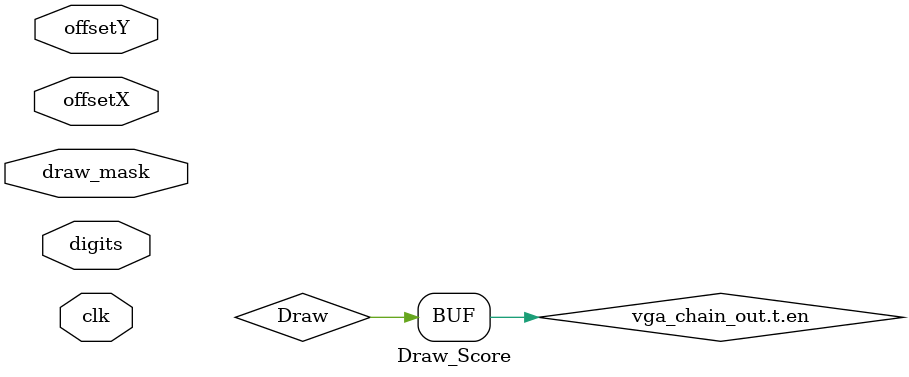
<source format=sv>

module Draw_Score #(
	parameter WIDTH=640,
	parameter HEIGHT=480,
    parameter DIGITS=4, // How many digits
    parameter  [11:0] digit_color = 12'hfff //set the color of the digit
) (
    input clk,
    vga.in  vga_chain_in,
    vga.out vga_chain_out,
    input [$clog2(WIDTH )-1:0]offsetX,
    input [$clog2(HEIGHT)-1:0]offsetY,
    input  logic [DIGITS*4-1:0] digits, // digit to display
    input draw_mask
);

logic [3:0]red;
logic [3:0]green;
logic [3:0]blue;

wire [12:0]numbers_addr;
wire numbers_data;
wire [3:0]digit;
reg Draw_b2, Draw_b1;
wire [10:0] offset_x_spaced;// offset from top left  position

numbers	numbers_inst (
    .clock(clk),
    .address(numbers_addr),
    .q(numbers_data)
);

//
// Drawing always at (0,0)
// If you want to draw elsewhere, subtract offset outside
//

wire [4:0]digit_x_next;
reg  [4:0]digit_x;
wire [5:0]digit_index_next;
reg [5:0]digit_index; // how many digits
reg Draw;

wire [$clog2(WIDTH )-1:0]loc_x = vga_chain_in.t.pxl_x - offsetX;
wire [$clog2(HEIGHT)-1:0]loc_y = vga_chain_in.t.pxl_y - offsetY;

// we count to 18 due to 2 pixel space between each digit
assign digit_x_next  = (loc_x == 0)     ? 5'd0 : // start of line
                       (digit_x == 5'd17) ? 5'd0 : // end of digit, reset pixel counter
                       (digit_x + 5'd1);           // next pixel on digit
assign digit_index_next = (loc_x == 0)     ? DIGITS[5:0] - 6'd1 :   // start of line
                          (digit_x == 5'd17) ? (digit_index - 6'd1) : // end of current digit, advance to next one
                           digit_index;                               // keep current digit
assign digit = ({1'b0, digit_index_next} >= DIGITS) ? 4'b0 : digits[{digit_index_next[$clog2(DIGITS)-1:0], 2'b0} +: 4];
assign numbers_addr = {digit, loc_y[4:0], digit_x_next[3:0]};


always @(posedge clk) begin
    digit_x     <= digit_x_next;
    digit_index <= digit_index_next;
    // 2 pixel border
    // loc_x[6:4] is digit #
    // digit 0 must not be blanked
    // digit 1 must blank at columns 0,1
    // digit 2 must blank at columns 2,3
    // etc.
    Draw_b2 <= ~digit_x_next[4] && (digit_index_next < DIGITS[5:0]) && draw_mask;
    Draw_b1 <= Draw_b2 && (~|loc_y[$bits(loc_y)-1:5]);
    // Draw is delayed by 2 cycles due to ROM access latency
    Draw    <= (loc_x > 2) && Draw_b1; // mask first two bits here due to pipeline
    {red, green, blue} <= numbers_data ? digit_color : 12'h000;
end

always_comb begin
	vga_chain_out.t = vga_chain_in.t;
	vga_chain_out.t.red   = Draw ? red   : vga_chain_in.t.red;
	vga_chain_out.t.green = Draw ? green : vga_chain_in.t.green;
	vga_chain_out.t.blue  = Draw ? blue  : vga_chain_in.t.blue;
	vga_chain_out.t.en    = Draw;
end

endmodule

</source>
